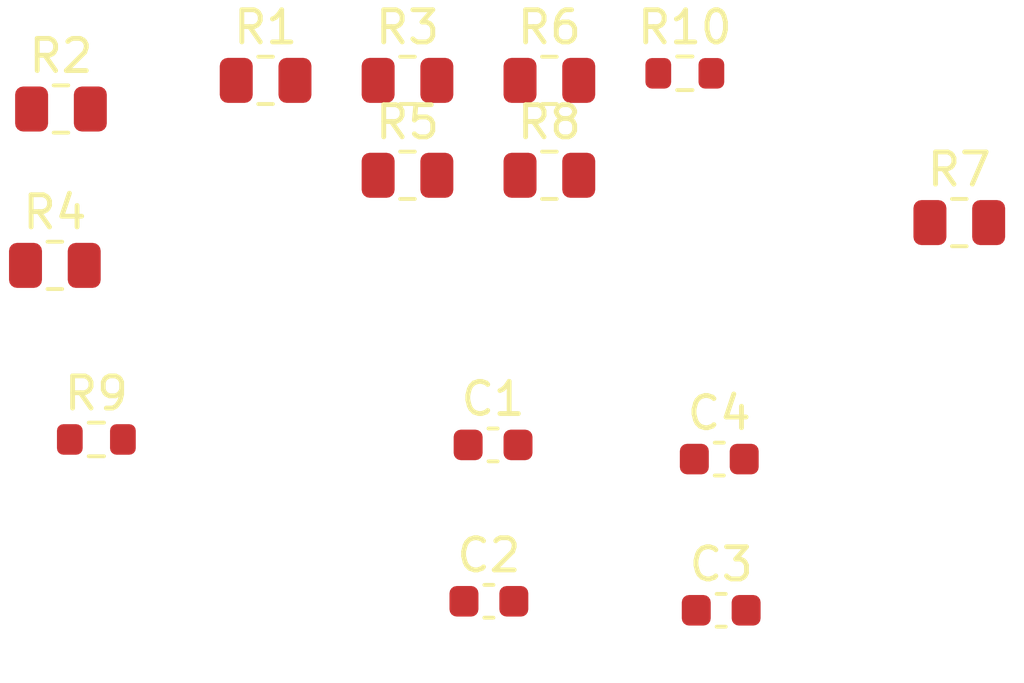
<source format=kicad_pcb>
(kicad_pcb (version 20211014) (generator pcbnew)
  (layers (0 "F.Cu" signal) (1 "In1.Cu" signal "GND.Cu") (2 "In2.Cu" signal "Signal1.Cu") (3 "In3.Cu" signal "Signal2.Cu") (4 "In4.Cu" signal "Power.Cu") (31 "B.Cu" signal) (34 "B.Paste" user) (35 "F.Paste" user) (36 "B.SilkS" user "B.Silkscreen") (37 "F.SilkS" user "F.Silkscreen") (38 "B.Mask" user) (39 "F.Mask" user) (44 "Edge.Cuts" user))
  (net 0 "")
  (footprint "Resistor_SMD:R_0805_2012Metric" (layer "F.Cu") (at 122.94 73.55)
    (fp_text reference "R5" (at 0 -1.65) (layer "F.SilkS"))
    (fp_text value "10K")
    (fp_line (start -0.227064 -0.735) (end 0.227064 -0.735) (layer "F.SilkS") (width 0.12))
    (fp_line (start -0.227064 0.735) (end 0.227064 0.735) (layer "F.SilkS") (width 0.12))
    (pad "1" smd roundrect (at -0.9125 0) (size 1.025 1.4) (layers "F.Cu" "F.Paste" "F.Mask") (roundrect_rratio 0.243902))
    (pad "2" smd roundrect (at 0.9125 0) (size 1.025 1.4) (layers "F.Cu" "F.Paste" "F.Mask") (roundrect_rratio 0.243902))
  )
  (footprint "Resistor_SMD:R_0805_2012Metric" (layer "F.Cu") (at 127.35 70.6)
    (fp_text reference "R6" (at 0 -1.65) (layer "F.SilkS"))
    (fp_text value "4K7")
    (fp_line (start -0.227064 0.735) (end 0.227064 0.735) (layer "F.SilkS") (width 0.12))
    (fp_line (start -0.227064 -0.735) (end 0.227064 -0.735) (layer "F.SilkS") (width 0.12))
    (pad "1" smd roundrect (at -0.9125 0) (size 1.025 1.4) (layers "F.Cu" "F.Paste" "F.Mask") (roundrect_rratio 0.243902))
    (pad "2" smd roundrect (at 0.9125 0) (size 1.025 1.4) (layers "F.Cu" "F.Paste" "F.Mask") (roundrect_rratio 0.243902))
  )
  (footprint "Resistor_SMD:R_0805_2012Metric" (layer "F.Cu") (at 127.35 73.55)
    (fp_text reference "R8" (at 0 -1.65) (layer "F.SilkS"))
    (fp_text value "4.7K")
    (fp_line (start -0.227064 0.735) (end 0.227064 0.735) (layer "F.SilkS") (width 0.12))
    (fp_line (start -0.227064 -0.735) (end 0.227064 -0.735) (layer "F.SilkS") (width 0.12))
    (pad "1" smd roundrect (at -0.9125 0) (size 1.025 1.4) (layers "F.Cu" "F.Paste" "F.Mask") (roundrect_rratio 0.243902))
    (pad "2" smd roundrect (at 0.9125 0) (size 1.025 1.4) (layers "F.Cu" "F.Paste" "F.Mask") (roundrect_rratio 0.243902))
  )
  (footprint "Resistor_SMD:R_0805_2012Metric" (layer "F.Cu") (at 122.94 70.6)
    (fp_text reference "R3" (at 0 -1.65) (layer "F.SilkS"))
    (fp_text value "10K")
    (fp_line (start -0.227064 0.735) (end 0.227064 0.735) (layer "F.SilkS") (width 0.12))
    (fp_line (start -0.227064 -0.735) (end 0.227064 -0.735) (layer "F.SilkS") (width 0.12))
    (pad "1" smd roundrect (at -0.9125 0) (size 1.025 1.4) (layers "F.Cu" "F.Paste" "F.Mask") (roundrect_rratio 0.243902))
    (pad "2" smd roundrect (at 0.9125 0) (size 1.025 1.4) (layers "F.Cu" "F.Paste" "F.Mask") (roundrect_rratio 0.243902))
  )
  (footprint "Capacitor_SMD:C_0603_1608Metric" (layer "F.Cu") (at 125.6 81.93)
    (fp_text reference "C1" (at 0 -1.43) (layer "F.SilkS"))
    (fp_text value "10nF")
    (fp_line (start -0.14058 -0.51) (end 0.14058 -0.51) (layer "F.SilkS") (width 0.12))
    (fp_line (start -0.14058 0.51) (end 0.14058 0.51) (layer "F.SilkS") (width 0.12))
    (pad "1" smd roundrect (at -0.775 0) (size 0.9 0.95) (layers "F.Cu" "F.Paste" "F.Mask"))
    (pad "2" smd roundrect (at 0.775 0) (size 0.9 0.95) (layers "F.Cu" "F.Paste" "F.Mask"))
  )
  (footprint "Resistor_SMD:R_0805_2012Metric" (layer "F.Cu") (at 140.09 75.02)
    (fp_text reference "R7" (at 0 -1.65) (layer "F.SilkS"))
    (fp_text value "4700")
    (fp_line (start -0.227064 -0.735) (end 0.227064 -0.735) (layer "F.SilkS") (width 0.12))
    (fp_line (start -0.227064 0.735) (end 0.227064 0.735) (layer "F.SilkS") (width 0.12))
    (pad "1" smd roundrect (at -0.9125 0) (size 1.025 1.4) (layers "F.Cu" "F.Paste" "F.Mask") (roundrect_rratio 0.243902))
    (pad "2" smd roundrect (at 0.9125 0) (size 1.025 1.4) (layers "F.Cu" "F.Paste" "F.Mask") (roundrect_rratio 0.243902))
  )
  (footprint "Capacitor_SMD:C_0603_1608Metric" (layer "F.Cu") (at 132.69 87.07)
    (fp_text reference "C3" (at 0 -1.43) (layer "F.SilkS"))
    (fp_text value "0.01uF")
    (fp_line (start -0.14058 0.51) (end 0.14058 0.51) (layer "F.SilkS") (width 0.12))
    (fp_line (start -0.14058 -0.51) (end 0.14058 -0.51) (layer "F.SilkS") (width 0.12))
    (pad "1" smd roundrect (at -0.775 0) (size 0.9 0.95) (layers "F.Cu" "F.Paste" "F.Mask"))
    (pad "2" smd roundrect (at 0.775 0) (size 0.9 0.95) (layers "F.Cu" "F.Paste" "F.Mask"))
  )
  (footprint "Resistor_SMD:R_0805_2012Metric" (layer "F.Cu") (at 112.17 71.49)
    (fp_text reference "R2" (at 0 -1.65) (layer "F.SilkS"))
    (fp_text value "10K")
    (fp_line (start -0.227064 -0.735) (end 0.227064 -0.735) (layer "F.SilkS") (width 0.12))
    (fp_line (start -0.227064 0.735) (end 0.227064 0.735) (layer "F.SilkS") (width 0.12))
    (pad "1" smd roundrect (at -0.9125 0) (size 1.025 1.4) (layers "F.Cu" "F.Paste" "F.Mask") (roundrect_rratio 0.243902))
    (pad "2" smd roundrect (at 0.9125 0) (size 1.025 1.4) (layers "F.Cu" "F.Paste" "F.Mask") (roundrect_rratio 0.243902))
  )
  (footprint "Capacitor_SMD:C_0603_1608Metric" (layer "F.Cu") (at 125.47 86.79)
    (fp_text reference "C2" (at 0 -1.43) (layer "F.SilkS"))
    (fp_text value "10n")
    (fp_line (start -0.14058 0.51) (end 0.14058 0.51) (layer "F.SilkS") (width 0.12))
    (fp_line (start -0.14058 -0.51) (end 0.14058 -0.51) (layer "F.SilkS") (width 0.12))
    (pad "1" smd roundrect (at -0.775 0) (size 0.9 0.95) (layers "F.Cu" "F.Paste" "F.Mask"))
    (pad "2" smd roundrect (at 0.775 0) (size 0.9 0.95) (layers "F.Cu" "F.Paste" "F.Mask"))
  )
  (footprint "Resistor_SMD:R_0603_1608Metric" (layer "F.Cu") (at 131.56 70.38)
    (fp_text reference "R10" (at 0 -1.43) (layer "F.SilkS"))
    (fp_text value "4K7")
    (fp_line (start -0.237258 -0.5225) (end 0.237258 -0.5225) (layer "F.SilkS") (width 0.12))
    (fp_line (start -0.237258 0.5225) (end 0.237258 0.5225) (layer "F.SilkS") (width 0.12))
    (pad "1" smd roundrect (at -0.825 0) (size 0.8 0.95) (layers "F.Cu" "F.Paste" "F.Mask"))
    (pad "2" smd roundrect (at 0.825 0) (size 0.8 0.95) (layers "F.Cu" "F.Paste" "F.Mask"))
  )
  (footprint "Resistor_SMD:R_0805_2012Metric" (layer "F.Cu") (at 118.53 70.6)
    (fp_text reference "R1" (at 0 -1.65) (layer "F.SilkS"))
    (fp_text value "10K")
    (fp_line (start -0.227064 0.735) (end 0.227064 0.735) (layer "F.SilkS") (width 0.12))
    (fp_line (start -0.227064 -0.735) (end 0.227064 -0.735) (layer "F.SilkS") (width 0.12))
    (pad "1" smd roundrect (at -0.9125 0) (size 1.025 1.4) (layers "F.Cu" "F.Paste" "F.Mask") (roundrect_rratio 0.243902))
    (pad "2" smd roundrect (at 0.9125 0) (size 1.025 1.4) (layers "F.Cu" "F.Paste" "F.Mask") (roundrect_rratio 0.243902))
  )
  (footprint "Resistor_SMD:R_0603_1608Metric" (layer "F.Cu") (at 113.27 81.76)
    (fp_text reference "R9" (at 0 -1.43) (layer "F.SilkS"))
    (fp_text value "4K7")
    (fp_line (start -0.237258 0.5225) (end 0.237258 0.5225) (layer "F.SilkS") (width 0.12))
    (fp_line (start -0.237258 -0.5225) (end 0.237258 -0.5225) (layer "F.SilkS") (width 0.12))
    (pad "1" smd roundrect (at -0.825 0) (size 0.8 0.95) (layers "F.Cu" "F.Paste" "F.Mask"))
    (pad "2" smd roundrect (at 0.825 0) (size 0.8 0.95) (layers "F.Cu" "F.Paste" "F.Mask"))
  )
  (footprint "Resistor_SMD:R_0805_2012Metric" (layer "F.Cu") (at 111.98 76.35)
    (fp_text reference "R4" (at 0 -1.65) (layer "F.SilkS"))
    (fp_text value "10K")
    (fp_line (start -0.227064 -0.735) (end 0.227064 -0.735) (layer "F.SilkS") (width 0.12))
    (fp_line (start -0.227064 0.735) (end 0.227064 0.735) (layer "F.SilkS") (width 0.12))
    (pad "1" smd roundrect (at -0.9125 0) (size 1.025 1.4) (layers "F.Cu" "F.Paste" "F.Mask") (roundrect_rratio 0.243902))
    (pad "2" smd roundrect (at 0.9125 0) (size 1.025 1.4) (layers "F.Cu" "F.Paste" "F.Mask") (roundrect_rratio 0.243902))
  )
  (footprint "Capacitor_SMD:C_0603_1608Metric" (layer "F.Cu") (at 132.63 82.37)
    (fp_text reference "C4" (at 0 -1.43) (layer "F.SilkS"))
    (fp_text value "0.01uf")
    (fp_line (start -0.14058 0.51) (end 0.14058 0.51) (layer "F.SilkS") (width 0.12))
    (fp_line (start -0.14058 -0.51) (end 0.14058 -0.51) (layer "F.SilkS") (width 0.12))
    (pad "1" smd roundrect (at -0.775 0) (size 0.9 0.95) (layers "F.Cu" "F.Paste" "F.Mask"))
    (pad "2" smd roundrect (at 0.775 0) (size 0.9 0.95) (layers "F.Cu" "F.Paste" "F.Mask"))
  )
)
</source>
